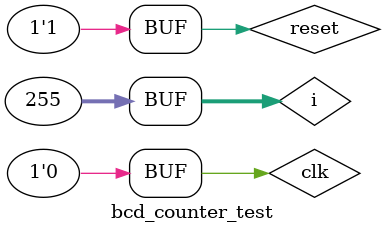
<source format=v>
`timescale 1ns / 1ps


module bcd_counter_test;

	// Inputs
	reg clk;
	reg reset;
	integer i;
	wire [3:0] out;
	wire cout;

	// Instantiate the Unit Under Test (UUT)
	bcd_counter uut (
		.clk(clk), 
		.reset(reset),
		.out(out),
		.carry(cout)
	);

	initial begin
		clk = 0;
		reset = 1; #10;		reset = 0; #10;


		for (i = 0; i < 32'hf; i = i + 1) begin
			clk = ~clk;
			#10;
		end

		reset = 1;
		for (i = 0; i < 32'hff; i = i + 1) begin
			clk = ~clk;
			#10;
		end
	end
      
endmodule


</source>
